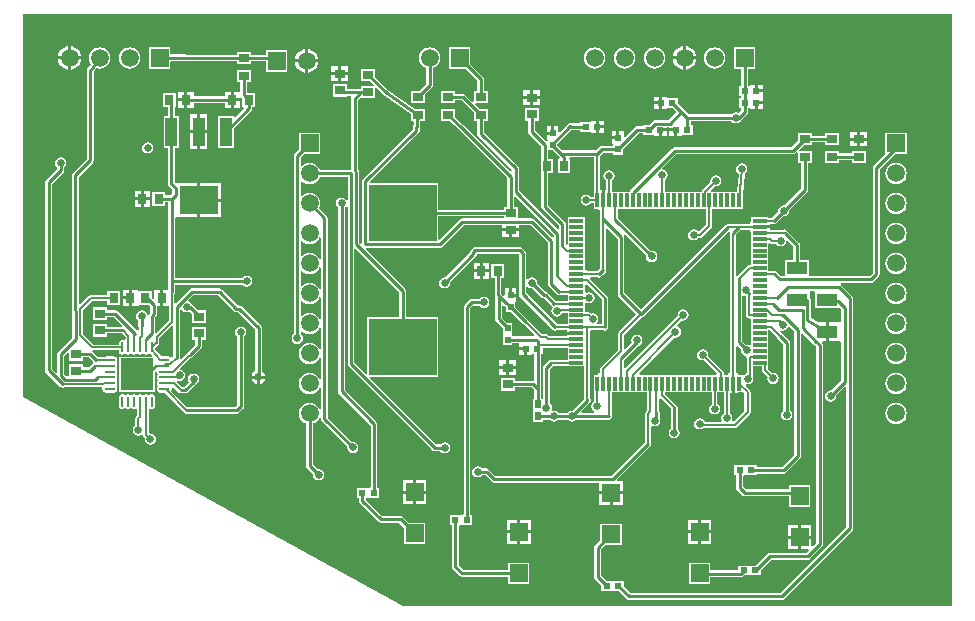
<source format=gtl>
%FSTAX23Y23*%
%MOIN*%
%SFA1B1*%

%IPPOS*%
%ADD10R,0.035430X0.027560*%
%ADD11R,0.226380X0.187010*%
%ADD12O,0.037400X0.009840*%
%ADD13O,0.009840X0.037400*%
%ADD14R,0.106300X0.106300*%
%ADD15R,0.019690X0.023620*%
%ADD16R,0.023620X0.019690*%
%ADD17R,0.020000X0.025000*%
%ADD18R,0.035430X0.031500*%
%ADD19R,0.031500X0.035430*%
%ADD20R,0.066930X0.043310*%
%ADD21R,0.059060X0.059060*%
%ADD22R,0.047240X0.011810*%
%ADD23R,0.011810X0.047240*%
%ADD24R,0.129920X0.094490*%
%ADD25R,0.039370X0.094490*%
%ADD26R,0.027560X0.035430*%
%ADD27C,0.010000*%
%ADD28C,0.008270*%
%ADD29C,0.006000*%
%ADD30C,0.006890*%
%ADD31C,0.008000*%
%ADD32C,0.059060*%
%ADD33R,0.059060X0.059060*%
%ADD34C,0.025000*%
%LNhanc_digital-1*%
%LPD*%
G36*
X06572Y0455D02*
Y02692D01*
X0474*
X042Y0299*
X03475Y0339*
Y04665*
X06572*
Y0455*
G37*
%LNhanc_digital-2*%
%LPC*%
G36*
X05028Y03805D02*
X05007D01*
Y03782*
X05028*
Y03805*
G37*
G36*
X04997D02*
X04976D01*
Y03782*
X04997*
Y03805*
G37*
G36*
X05119Y03751D02*
X05105D01*
Y03734*
X05119*
Y03751*
G37*
G36*
X05028Y03837D02*
X05007D01*
Y03815*
X05028*
Y03837*
G37*
G36*
X04997D02*
X04976D01*
Y03815*
X04997*
Y03837*
G37*
G36*
X06385Y0387D02*
X06375Y03869D01*
X06367Y03866*
X06359Y0386*
X06353Y03852*
X0635Y03844*
X06349Y03835*
X0635Y03825*
X06353Y03817*
X06359Y03809*
X06367Y03803*
X06375Y038*
X06385Y03799*
X06394Y038*
X06402Y03803*
X0641Y03809*
X06416Y03817*
X06419Y03825*
X0642Y03835*
X06419Y03844*
X06416Y03852*
X0641Y0386*
X06402Y03866*
X06394Y03869*
X06385Y0387*
G37*
G36*
X03827Y03747D02*
X03806D01*
Y03725*
X03827*
Y03747*
G37*
G36*
X06385Y0367D02*
X06375Y03669D01*
X06367Y03666*
X06359Y0366*
X06353Y03652*
X0635Y03644*
X06349Y03635*
X0635Y03625*
X06353Y03617*
X06359Y03609*
X06367Y03603*
X06375Y036*
X06385Y03599*
X06394Y036*
X06402Y03603*
X0641Y03609*
X06416Y03617*
X06419Y03625*
X0642Y03635*
X06419Y03644*
X06416Y03652*
X0641Y0366*
X06402Y03666*
X06394Y03669*
X06385Y0367*
G37*
G36*
X05145Y03545D02*
X05128D01*
Y0353*
X05145*
Y03545*
G37*
G36*
X06385Y0357D02*
X06375Y03569D01*
X06367Y03566*
X06359Y0356*
X06353Y03552*
X0635Y03544*
X06349Y03535*
X0635Y03525*
X06353Y03517*
X06359Y03509*
X06367Y03503*
X06375Y035*
X06385Y03499*
X06394Y035*
X06402Y03503*
X0641Y03509*
X06416Y03517*
X06419Y03525*
X0642Y03535*
X06419Y03544*
X06416Y03552*
X0641Y0356*
X06402Y03566*
X06394Y03569*
X06385Y0357*
G37*
G36*
X0501Y03723D02*
X05002Y03722D01*
X04996Y03718*
X04995Y03716*
X0497*
Y03716*
X04965Y03715*
X04962Y03712*
X04946Y03697*
X04944Y03693*
X04943Y03689*
Y02999*
X04939Y02995*
X04933*
X04931*
X04897*
Y02964*
X04904*
Y02824*
X04904Y0282*
X04907Y02816*
X04929Y02794*
X04933Y02791*
X04937Y0279*
X05091*
Y02766*
X05162*
Y02837*
X05091*
Y02813*
X04942*
X04926Y02829*
Y0296*
X0493Y02964*
X04936*
X04938*
X04972*
Y02995*
X04965*
Y03685*
X04974Y03693*
X04995*
X04996Y03691*
X05002Y03687*
X0501Y03686*
X05017Y03687*
X05023Y03691*
X05027Y03697*
X05028Y03705*
X05027Y03712*
X05023Y03718*
X05017Y03722*
X0501Y03723*
G37*
G36*
X06385Y0377D02*
X06375Y03769D01*
X06367Y03766*
X06359Y0376*
X06353Y03752*
X0635Y03744*
X06349Y03735*
X0635Y03725*
X06353Y03717*
X06359Y03709*
X06367Y03703*
X06375Y037*
X06385Y03699*
X06394Y037*
X06402Y03703*
X0641Y03709*
X06416Y03717*
X06419Y03725*
X0642Y03735*
X06419Y03744*
X06416Y03752*
X0641Y0376*
X06402Y03766*
X06394Y03769*
X06385Y0377*
G37*
G36*
X03827Y03715D02*
X03806D01*
Y03692*
X03827*
Y03715*
G37*
G36*
X03898Y04077D02*
X03877D01*
Y04055*
X03898*
Y04077*
G37*
G36*
X03867D02*
X03846D01*
Y04055*
X03867*
Y04077*
G37*
G36*
X04134Y04103D02*
X04065D01*
Y0405*
X04134*
Y04103*
G37*
G36*
X06283Y0421D02*
X06236D01*
Y04201*
X06193*
Y0421*
X06146*
Y0417*
X06193*
Y04179*
X06236*
Y0417*
X06283*
Y0421*
G37*
G36*
X0389Y04238D02*
X03882Y04237D01*
X03876Y04233*
X03872Y04227*
X03871Y0422*
X03872Y04212*
X03876Y04206*
X03882Y04202*
X0389Y04201*
X03897Y04202*
X03903Y04206*
X03907Y04212*
X03908Y0422*
X03907Y04227*
X03903Y04233*
X03897Y04237*
X0389Y04238*
G37*
G36*
X06385Y0417D02*
X06375Y04169D01*
X06367Y04166*
X06359Y0416*
X06353Y04152*
X0635Y04144*
X06349Y04135*
X0635Y04125*
X06353Y04117*
X06359Y04109*
X06367Y04103*
X06375Y041*
X06385Y04099*
X06394Y041*
X06402Y04103*
X0641Y04109*
X06416Y04117*
X06419Y04125*
X0642Y04135*
X06419Y04144*
X06416Y04152*
X0641Y0416*
X06402Y04166*
X06394Y04169*
X06385Y0417*
G37*
G36*
X03898Y04045D02*
X03877D01*
Y04022*
X03898*
Y04045*
G37*
G36*
X05127Y03942D02*
X05105D01*
Y03921*
X05127*
Y03942*
G37*
G36*
X05095D02*
X05072D01*
Y03921*
X05095*
Y03942*
G37*
G36*
X06385Y0397D02*
X06375Y03969D01*
X06367Y03966*
X06359Y0396*
X06353Y03952*
X0635Y03944*
X06349Y03935*
X0635Y03925*
X06353Y03917*
X06359Y03909*
X06367Y03903*
X06375Y039*
X06385Y03899*
X06394Y039*
X06402Y03903*
X0641Y03909*
X06416Y03917*
X06419Y03925*
X0642Y03935*
X06419Y03944*
X06416Y03952*
X0641Y0396*
X06402Y03966*
X06394Y03969*
X06385Y0397*
G37*
G36*
X03867Y04045D02*
X03846D01*
Y04022*
X03867*
Y04045*
G37*
G36*
X06385Y0407D02*
X06375Y04069D01*
X06367Y04066*
X06359Y0406*
X06353Y04052*
X0635Y04044*
X06349Y04035*
X0635Y04025*
X06353Y04017*
X06359Y04009*
X06367Y04003*
X06375Y04*
X06385Y03999*
X06394Y04*
X06402Y04003*
X0641Y04009*
X06416Y04017*
X06419Y04025*
X0642Y04035*
X06419Y04044*
X06416Y04052*
X0641Y0406*
X06402Y04066*
X06394Y04069*
X06385Y0407*
G37*
G36*
X04134Y0404D02*
X04065D01*
Y03988*
X04134*
Y0404*
G37*
G36*
X05166Y02979D02*
X05132D01*
Y02945*
X05166*
Y02979*
G37*
G36*
X05725D02*
X0569D01*
Y02945*
X05725*
Y02979*
G37*
G36*
X05122D02*
X05087D01*
Y02945*
X05122*
Y02979*
G37*
G36*
X05474Y03065D02*
X0544D01*
Y0303*
X05474*
Y03065*
G37*
G36*
X0543D02*
X05395D01*
Y0303*
X0543*
Y03065*
G37*
G36*
X05769Y02979D02*
X05735D01*
Y02945*
X05769*
Y02979*
G37*
G36*
X06102Y02961D02*
X06068D01*
Y02927*
X06102*
Y02961*
G37*
G36*
X05166Y02935D02*
X05132D01*
Y029*
X05166*
Y02935*
G37*
G36*
X05122D02*
X05087D01*
Y029*
X05122*
Y02935*
G37*
G36*
X06058Y02917D02*
X06023D01*
Y02882*
X06058*
Y02917*
G37*
G36*
Y02961D02*
X06023D01*
Y02927*
X06058*
Y02961*
G37*
G36*
X05769Y02935D02*
X05735D01*
Y029*
X05769*
Y02935*
G37*
G36*
X05725D02*
X0569D01*
Y029*
X05725*
Y02935*
G37*
G36*
X05085Y03482D02*
X05062D01*
Y03461*
X05085*
Y03482*
G37*
G36*
X0428Y0345D02*
X04264D01*
Y03433*
X04267Y03433*
X04275Y03438*
X0428Y03446*
X0428Y0345*
G37*
G36*
X04254D02*
X04237D01*
X04237Y03446*
X04242Y03438*
X0425Y03433*
X04254Y03433*
Y0345*
G37*
G36*
X05117Y03513D02*
X05095D01*
Y03492*
X05117*
Y03513*
G37*
G36*
X05085D02*
X05062D01*
Y03492*
X05085*
Y03513*
G37*
G36*
X05117Y03482D02*
X05095D01*
Y03461*
X05117*
Y03482*
G37*
G36*
X06385Y0347D02*
X06375Y03469D01*
X06367Y03466*
X06359Y0346*
X06353Y03452*
X0635Y03444*
X06349Y03435*
X0635Y03425*
X06353Y03417*
X06359Y03409*
X06367Y03403*
X06375Y034*
X06385Y03399*
X06394Y034*
X06402Y03403*
X0641Y03409*
X06416Y03417*
X06419Y03425*
X0642Y03435*
X06419Y03444*
X06416Y03452*
X0641Y0346*
X06402Y03466*
X06394Y03469*
X06385Y0347*
G37*
G36*
X04775Y03112D02*
X0474D01*
Y03077*
X04775*
Y03112*
G37*
G36*
X04819Y03067D02*
X04785D01*
Y03033*
X04819*
Y03067*
G37*
G36*
X04775D02*
X0474D01*
Y03033*
X04775*
Y03067*
G37*
G36*
X03904Y03399D02*
X03899Y03398D01*
X03897Y03397*
X03894Y03396*
X0389Y03397*
X03888Y03398*
X03884Y03399*
X0388Y03398*
X03878Y03397*
X03874Y03396*
X03871Y03397*
X03869Y03398*
X03864Y03399*
X0386Y03398*
X03858Y03397*
X03855Y03396*
X03851Y03397*
X03849Y03398*
X03845Y03399*
X0384Y03398*
X03838Y03397*
X03835Y03396*
X03831Y03397*
X03829Y03398*
X03825Y03399*
X03821Y03398*
X03819Y03397*
X03815Y03396*
X03812Y03397*
X0381Y03398*
X03805Y03399*
X03801Y03398*
X03797Y03396*
X03795Y03392*
X03794Y03388*
Y0336*
X03795Y03356*
X03797Y03352*
X03801Y0335*
X03805Y03349*
X0381Y0335*
X03812Y03351*
X03815Y03352*
X03819Y03351*
X03821Y0335*
X03825Y03349*
X03829Y0335*
X03831Y03351*
X03835Y03352*
X03838Y03351*
X0384Y0335*
X03845Y03349*
X03849Y0335*
X0385Y03351*
X03855Y03348*
Y03328*
X03852Y03325*
X0385Y03322*
X03849Y03319*
Y03295*
X03845Y03292*
X03841Y03286*
X0384Y03279*
X03841Y03271*
X03845Y03265*
X03851Y03261*
X03859Y0326*
X03866Y03261*
X03869Y03263*
X03869Y03263*
X03874Y03261*
X03875Y03259*
X03877Y03256*
X0388Y03252*
X0388Y03249*
X03881Y03241*
X03885Y03235*
X03891Y03231*
X03899Y0323*
X03906Y03231*
X03912Y03235*
X03916Y03241*
X03917Y03249*
X03916Y03256*
X03912Y03262*
X03906Y03266*
X03899Y03267*
X03898Y03267*
X03893Y03271*
Y03348*
X03898Y03351*
X03899Y0335*
X03904Y03349*
X03908Y0335*
X03912Y03352*
X03914Y03356*
X03915Y0336*
Y03388*
X03914Y03392*
X03912Y03396*
X03908Y03398*
X03904Y03399*
G37*
G36*
X06385Y0337D02*
X06375Y03369D01*
X06367Y03366*
X06359Y0336*
X06353Y03352*
X0635Y03344*
X06349Y03335*
X0635Y03325*
X06353Y03317*
X06359Y03309*
X06367Y03303*
X06375Y033*
X06385Y03299*
X06394Y033*
X06402Y03303*
X0641Y03309*
X06416Y03317*
X06419Y03325*
X0642Y03335*
X06419Y03344*
X06416Y03352*
X0641Y0336*
X06402Y03366*
X06394Y03369*
X06385Y0337*
G37*
G36*
X04819Y03112D02*
X04785D01*
Y03077*
X04819*
Y03112*
G37*
G36*
X05719Y04515D02*
X05685D01*
Y0448*
X0569Y04481*
X05699Y04485*
X05708Y04491*
X05714Y045*
X05718Y04509*
X05719Y04515*
G37*
G36*
X0373Y04555D02*
X0372Y04554D01*
X03712Y04551*
X03704Y04545*
X03698Y04537*
X03695Y04529*
X03694Y0452*
X03695Y0451*
X03698Y04502*
X03701Y04498*
X03689Y04482*
X03689Y0448*
X03688Y04479*
X03688Y04478*
X03687Y04478*
X03687Y04476*
X03687Y04475*
Y04183*
X03641Y04137*
X03639Y04133*
X03638Y04129*
Y03678*
X03638Y03675*
Y03586*
X03592Y03539*
X03589Y03535*
X03588Y03531*
Y03471*
X03584Y03469*
X03571Y03482*
Y041*
X03607Y04137*
X0361Y0414*
X03611Y04145*
Y04155*
X03613Y04156*
X03617Y04162*
X03618Y0417*
X03617Y04177*
X03613Y04183*
X03607Y04187*
X036Y04188*
X03592Y04187*
X03586Y04183*
X03582Y04177*
X03581Y0417*
X03582Y04162*
X03586Y04156*
X03588Y04155*
Y04149*
X03552Y04112*
X03549Y04109*
X03548Y04105*
Y03478*
X03549Y03473*
X03552Y0347*
X03598Y03424*
X03601Y03421*
X03606Y0342*
X0361Y03421*
X03611Y03422*
X03736*
X03736Y03422*
X03739Y03417*
X03739Y03415*
X0374Y03411*
X03742Y03407*
X03746Y03405*
X0375Y03404*
X03778*
X03782Y03405*
X03786Y03407*
X03788Y03411*
X03789Y03415*
X03788Y0342*
X03787Y03422*
X03786Y03425*
X03787Y03429*
X03788Y03431*
X03789Y03435*
X03788Y03439*
X03787Y03441*
X03786Y03445*
X03787Y03448*
X03788Y0345*
X03789Y03455*
X03788Y03459*
X03787Y03461*
X03786Y03465*
X03787Y03468*
X03788Y0347*
X03789Y03474*
X03788Y03479*
X03787Y03481*
X03786Y03484*
X03787Y03488*
X03788Y0349*
X03789Y03494*
X03788Y03498*
X03787Y035*
X03786Y03504*
X03787Y03507*
X03788Y03509*
X03789Y03514*
X03788Y03518*
X03786Y03522*
X03782Y03524*
X03778Y03525*
X0375*
X03746Y03524*
X03744Y03523*
X03723*
X03705Y0354*
X03704Y03541*
X03706Y03546*
X03794*
Y03541*
X03795Y03537*
X03797Y03533*
X03801Y03531*
X03805Y0353*
X0381Y03531*
X03812Y03532*
X03815Y03533*
X03819Y03532*
X03821Y03531*
X03825Y0353*
X03829Y03531*
X03831Y03532*
X03835Y03533*
X03838Y03532*
X0384Y03531*
X03845Y0353*
X03849Y03531*
X03851Y03532*
X03855Y03533*
X03858Y03532*
X0386Y03531*
X03864Y0353*
X03869Y03531*
X03871Y03532*
X03874Y03533*
X03878Y03532*
X0388Y03531*
X03884Y0353*
X03888Y03531*
X0389Y03532*
X03894Y03533*
X03897Y03532*
X03899Y03531*
X03903Y0353*
X03904Y03529*
X03903Y03525*
X03901Y03524*
X03795*
Y03405*
X03914*
Y03472*
X03915Y03473*
X03921Y03471*
X03921Y0347*
X03922Y03468*
X03923Y03465*
X03922Y03461*
X03921Y03459*
X0392Y03455*
X03921Y0345*
X03922Y03448*
X03923Y03445*
X03922Y03441*
X03921Y03439*
X0392Y03435*
X03921Y03431*
X03922Y03429*
X03923Y03425*
X03922Y03422*
X03921Y0342*
X0392Y03415*
X03921Y03411*
X03923Y03407*
X03927Y03405*
X03931Y03404*
X03948*
X04009Y03343*
X04009Y03341*
X04011Y03338*
X04015Y03335*
X04019Y03334*
X04187*
X04191Y03335*
X04195Y03338*
X04207Y0335*
X0421Y03354*
X04211Y03358*
Y03591*
X04213Y03592*
X04217Y03598*
X04218Y03606*
X04217Y03613*
X04213Y03619*
X04207Y03623*
X042Y03624*
X04192Y03623*
X04186Y03619*
X04182Y03613*
X04181Y03606*
X04182Y03598*
X04186Y03592*
X04188Y03591*
Y03363*
X04182Y03357*
X04021*
X03968Y0341*
X03969Y03411*
X0397Y03415*
X0397Y03417*
X03972Y03422*
X03973Y03423*
X03975Y03423*
X03989Y03409*
X03989Y03408*
X03992Y03404*
X03995Y03402*
X04Y03401*
X04015*
X04019Y03402*
X04023Y03404*
X0405Y03431*
X04056Y03435*
X0406Y03441*
X04061Y03449*
X0406Y03456*
X04056Y03462*
X0405Y03466*
X04043Y03467*
X04035Y03466*
X04029Y03462*
X04025Y03456*
X04024Y03449*
X04025Y03441*
X04026Y03439*
X0401Y03423*
X04002*
X03986Y03439*
X03988Y03443*
X03989Y03444*
X03996Y03442*
X04003Y03444*
X04009Y03448*
X04013Y03454*
X04015Y03461*
X04013Y03468*
X04009Y03474*
X04003Y03478*
X03999Y03479*
X03998Y03485*
X04032Y03519*
X04034Y03519*
X04037Y03522*
X04067Y03552*
X0407Y03555*
X04071Y0356*
Y0358*
X04083*
Y03624*
X04036*
Y0358*
X04048*
Y03564*
X04022Y03537*
X04019Y03534*
X04019Y03532*
X04002Y03515*
X03997Y03517*
X03997Y03518*
Y03681*
X04002Y03682*
X04002Y03682*
X04006Y03676*
X04012Y03672*
X0402Y03671*
X04027Y03672*
X04029Y03674*
X04036Y03667*
Y03635*
X04083*
Y03679*
X04056*
X04037Y03697*
X04036Y03699*
X04033Y03703*
X04027Y03707*
X04026Y03707*
X04024Y03712*
X04041Y03728*
X04125*
X04177Y03676*
X04181Y03673*
X04185Y03673*
X04191*
X04248Y03615*
Y03475*
X04242Y03471*
X04237Y03463*
X04237Y0346*
X0428*
X0428Y03463*
X04275Y03471*
X04271Y03473*
Y0362*
X0427Y03624*
X04267Y03627*
X04203Y03692*
X04199Y03694*
X04195Y03695*
X0419*
X04137Y03747*
X04134Y0375*
X0413Y03751*
Y03751*
X04036*
Y03751*
X04032Y0375*
X04028Y03747*
X03983Y03702*
X03979Y03704*
Y03732*
X0398Y03734*
X03981Y03738*
Y03764*
X04205*
X04206Y03762*
X04212Y03758*
X0422Y03756*
X04227Y03758*
X04233Y03762*
X04237Y03768*
X04238Y03775*
X04237Y03782*
X04233Y03788*
X04227Y03792*
X0422Y03794*
X04212Y03792*
X04206Y03788*
X04205Y03786*
X03981*
Y03985*
X03985Y03988*
X04055*
Y04045*
Y04103*
X03985*
X03981Y04105*
X0398Y04106*
Y0422*
X03995*
Y04327*
X0398*
Y04356*
X03984*
Y04403*
X0394*
Y04356*
X03958*
Y04327*
X03943*
Y0422*
X03958*
Y041*
X03959Y04095*
X03961Y04092*
X03972Y0408*
Y04068*
X03965Y04061*
X03949*
Y04073*
X03905*
Y04026*
X03949*
Y04038*
X03958*
Y0377*
X03958*
X03958*
Y03747*
X03942*
Y0372*
Y03692*
X0396*
Y03643*
X03919Y03602*
X03914Y03604*
Y03654*
X03917Y03658*
X0392Y03661*
X03921Y03665*
Y03692*
X03932*
Y0372*
Y03747*
X03911*
Y03718*
X03907Y03716*
X03904Y03718*
Y03743*
X03863*
X0386*
X03858Y03747*
X03858*
X03837*
Y0372*
Y03692*
X03858*
X0386Y03696*
X03863*
X03894*
X03898Y03691*
Y0367*
X03895Y03667*
X03893Y03663*
X03892Y03663*
X03888Y03663*
X03887Y03667*
X03883Y03673*
X03877Y03677*
X0387Y03678*
X03862Y03677*
X03856Y03673*
X03852Y03667*
X03851Y0366*
X03852Y03652*
X03856Y03646*
X03858Y03645*
Y03627*
X03859Y03623*
X0386Y03622*
Y03612*
X03855Y0361*
X0379Y03675*
X03786Y03677*
X03782Y03678*
X03753*
Y03689*
X03706*
Y03645*
X03753*
Y03656*
X03777*
X03805Y03628*
X03803Y03623*
X03753*
Y03634*
X03706*
Y0359*
X03753*
Y03601*
X03804*
X03816Y03589*
Y03581*
X03811Y03578*
X0381Y03579*
X03805Y0358*
X03801Y03579*
X03797Y03577*
X03795Y03573*
X03794Y03569*
Y03564*
X03708*
X03673Y03599*
Y03679*
X03703Y0371*
X03755*
Y03696*
X03799*
Y03743*
X03755*
Y03729*
X037*
X03696Y03728*
X03693Y03726*
X03665Y03699*
X0366Y037*
Y04124*
X03706Y0417*
X03709Y04174*
X0371Y04178*
Y04472*
X03719Y04485*
X0372Y04485*
X0373Y04484*
X03739Y04485*
X03747Y04488*
X03755Y04494*
X03761Y04502*
X03764Y0451*
X03765Y0452*
X03764Y04529*
X03761Y04537*
X03755Y04545*
X03747Y04551*
X03739Y04554*
X0373Y04555*
G37*
G36*
X0483D02*
X0482Y04554D01*
X04812Y04551*
X04804Y04545*
X04798Y04537*
X04795Y04529*
X04794Y0452*
X04795Y0451*
X04798Y04502*
X04804Y04494*
X04812Y04488*
X04818Y04486*
Y04434*
X04793Y04409*
X04766*
Y04369*
X04813*
Y04397*
X04837Y04421*
X0484Y04425*
X04841Y04429*
Y04486*
X04847Y04488*
X04855Y04494*
X04861Y04502*
X04864Y0451*
X04865Y0452*
X04864Y04529*
X04861Y04537*
X04855Y04545*
X04847Y04551*
X04839Y04554*
X0483Y04555*
G37*
G36*
X05675Y04515D02*
X0564D01*
X05641Y04509*
X05645Y045*
X05651Y04491*
X0566Y04485*
X05669Y04481*
X05675Y0448*
Y04515*
G37*
G36*
X03669D02*
X03635D01*
Y0448*
X0364Y04481*
X03649Y04485*
X03658Y04491*
X03664Y045*
X03668Y04509*
X03669Y04515*
G37*
G36*
X05595Y04389D02*
X05578D01*
Y04375*
X05595*
Y04389*
G37*
G36*
X0383Y04555D02*
X0382Y04554D01*
X03812Y04551*
X03804Y04545*
X03798Y04537*
X03795Y04529*
X03794Y0452*
X03795Y0451*
X03798Y04502*
X03804Y04494*
X03812Y04488*
X0382Y04485*
X0383Y04484*
X03839Y04485*
X03847Y04488*
X03855Y04494*
X03861Y04502*
X03864Y0451*
X03865Y0452*
X03864Y04529*
X03861Y04537*
X03855Y04545*
X03847Y04551*
X03839Y04554*
X0383Y04555*
G37*
G36*
X04198Y04375D02*
X04177D01*
Y04352*
X04198*
Y04375*
G37*
G36*
X04012D02*
X03991D01*
Y04352*
X04012*
Y04375*
G37*
G36*
X05941Y04365D02*
X05924D01*
Y0435*
X05941*
Y04365*
G37*
G36*
X05197Y04382D02*
X05175D01*
Y04361*
X05197*
Y04382*
G37*
G36*
X0538Y04555D02*
X0537Y04554D01*
X05362Y04551*
X05354Y04545*
X05348Y04537*
X05345Y04529*
X05344Y0452*
X05345Y0451*
X05348Y04502*
X05354Y04494*
X05362Y04488*
X0537Y04485*
X0538Y04484*
X05389Y04485*
X05397Y04488*
X05405Y04494*
X05411Y04502*
X05414Y0451*
X05415Y0452*
X05414Y04529*
X05411Y04537*
X05405Y04545*
X05397Y04551*
X05389Y04554*
X0538Y04555*
G37*
G36*
X05165Y04382D02*
X05142D01*
Y04361*
X05165*
Y04382*
G37*
G36*
X04525Y04462D02*
X04502D01*
Y04441*
X04525*
Y04462*
G37*
G36*
X05941Y04429D02*
X05924D01*
Y04415*
X05941*
Y04429*
G37*
G36*
X05197Y04413D02*
X05175D01*
Y04392*
X05197*
Y04413*
G37*
G36*
X04459Y04505D02*
X04425D01*
Y0447*
X0443Y04471*
X04439Y04475*
X04448Y04481*
X04454Y0449*
X04458Y04499*
X04459Y04505*
G37*
G36*
X04415D02*
X0438D01*
X04381Y04499*
X04385Y0449*
X04391Y04481*
X044Y04475*
X04409Y04471*
X04415Y0447*
Y04505*
G37*
G36*
X04557Y04462D02*
X04535D01*
Y04441*
X04557*
Y04462*
G37*
G36*
X04525Y04493D02*
X04502D01*
Y04472*
X04525*
Y04493*
G37*
G36*
X03965Y04555D02*
X03894D01*
Y04484*
X03965*
Y04505*
X03969Y04508*
X04074Y04508*
X04074Y04508*
X04074Y04508*
X04186*
Y04499*
X04233*
Y04508*
X04284*
Y04474*
X04355*
Y04545*
X04284*
Y0453*
X04233*
Y04539*
X04186*
Y0453*
X04074*
X03965Y04531*
Y04555*
G37*
G36*
X03625Y04515D02*
X0359D01*
X03591Y04509*
X03595Y045*
X03601Y04491*
X0361Y04485*
X03619Y04481*
X03625Y0448*
Y04515*
G37*
G36*
X04012Y04407D02*
X03991D01*
Y04385*
X04012*
Y04407*
G37*
G36*
X05165Y04413D02*
X05142D01*
Y04392*
X05165*
Y04413*
G37*
G36*
X04167Y04407D02*
X04146D01*
Y04391*
X04043*
Y04407*
X04022*
Y0438*
Y04352*
X04043*
Y04368*
X04146*
Y04352*
X04167*
Y0438*
Y04407*
G37*
G36*
X04557Y04493D02*
X04535D01*
Y04472*
X04557*
Y04493*
G37*
G36*
X05645Y04275D02*
X05628D01*
Y0426*
X05645*
Y04275*
G37*
G36*
X05452Y04276D02*
X05437D01*
Y04259*
X05452*
Y04276*
G37*
G36*
X06287Y04273D02*
X06265D01*
Y04254*
X06287*
Y04273*
G37*
G36*
X05675Y04559D02*
X05669Y04558D01*
X0566Y04554*
X05651Y04548*
X05645Y04539*
X05641Y0453*
X0564Y04525*
X05675*
Y04559*
G37*
G36*
X05411Y04285D02*
X05394D01*
Y0427*
X05411*
Y04285*
G37*
G36*
X05621Y04275D02*
X05604D01*
Y0426*
X05621*
Y04275*
G37*
G36*
X06255Y04273D02*
X06232D01*
Y04254*
X06255*
Y04273*
G37*
G36*
X05685Y04559D02*
Y04525D01*
X05719*
X05718Y0453*
X05714Y04539*
X05708Y04548*
X05699Y04554*
X0569Y04558*
X05685Y04559*
G37*
G36*
X04089Y04269D02*
X04065D01*
Y04216*
X04089*
Y04269*
G37*
G36*
X04055D02*
X0403D01*
Y04216*
X04055*
Y04269*
G37*
G36*
X06287Y04244D02*
X06265D01*
Y04225*
X06287*
Y04244*
G37*
G36*
X03635Y04559D02*
Y04525D01*
X03669*
X03668Y0453*
X03664Y04539*
X03658Y04548*
X03649Y04554*
X0364Y04558*
X03635Y04559*
G37*
G36*
X06255Y04244D02*
X06232D01*
Y04225*
X06255*
Y04244*
G37*
G36*
X04233Y0448D02*
X04186D01*
Y0444*
X04198*
Y04412*
X04198Y04407*
X04193*
X04177*
Y04385*
X04198*
X04203Y04386*
X04205Y04384*
Y04356*
X04209*
X04211Y04351*
X0418Y0432*
X04176Y04322*
Y04327*
X04124*
Y0422*
X04176*
Y04284*
X04235Y04343*
X04237Y04346*
X04238Y04351*
X04238*
Y04356*
X04249*
Y04403*
X04221*
Y0444*
X04233*
Y0448*
G37*
G36*
X0548Y04555D02*
X0547Y04554D01*
X05462Y04551*
X05454Y04545*
X05448Y04537*
X05445Y04529*
X05444Y0452*
X05445Y0451*
X05448Y04502*
X05454Y04494*
X05462Y04488*
X0547Y04485*
X0548Y04484*
X05489Y04485*
X05497Y04488*
X05505Y04494*
X05511Y04502*
X05514Y0451*
X05515Y0452*
X05514Y04529*
X05511Y04537*
X05505Y04545*
X05497Y04551*
X05489Y04554*
X0548Y04555*
G37*
G36*
X05595Y04365D02*
X05578D01*
Y0435*
X05595*
Y04365*
G37*
G36*
X0558Y04555D02*
X0557Y04554D01*
X05562Y04551*
X05554Y04545*
X05548Y04537*
X05545Y04529*
X05544Y0452*
X05545Y0451*
X05548Y04502*
X05554Y04494*
X05562Y04488*
X0557Y04485*
X0558Y04484*
X05589Y04485*
X05597Y04488*
X05605Y04494*
X05611Y04502*
X05614Y0451*
X05615Y0452*
X05614Y04529*
X05611Y04537*
X05605Y04545*
X05597Y04551*
X05589Y04554*
X0558Y04555*
G37*
G36*
X0578D02*
X0577Y04554D01*
X05762Y04551*
X05754Y04545*
X05748Y04537*
X05745Y04529*
X05744Y0452*
X05745Y0451*
X05748Y04502*
X05754Y04494*
X05762Y04488*
X0577Y04485*
X0578Y04484*
X05789Y04485*
X05797Y04488*
X05805Y04494*
X05811Y04502*
X05814Y0451*
X05815Y0452*
X05814Y04529*
X05811Y04537*
X05805Y04545*
X05797Y04551*
X05789Y04554*
X0578Y04555*
G37*
G36*
X05915Y04555D02*
X05844D01*
Y04484*
X05868*
Y04425*
X05862*
Y04394*
X05868*
Y04385*
X05862*
Y04354*
X05868*
Y04344*
X05859Y04335*
X05857Y04337*
X0585Y04338*
X05842Y04337*
X05836Y04333*
X05835Y04331*
X05694*
X05677Y04347*
X05657Y04368*
Y04385*
X05622*
Y04389*
X05605*
Y0437*
Y0435*
X05622*
Y04354*
X05639*
X05653Y0434*
X05625Y04312*
X05581*
X05576Y04311*
X05573Y04308*
X0556Y04295*
X05542*
Y04291*
X0552*
X05515Y0429*
X05512Y04287*
X05509Y04284*
X05509Y04282*
X05482Y04255*
X05477Y04257*
Y04276*
X05462*
Y04254*
X05457*
Y04249*
X05437*
Y04232*
X05441*
Y04226*
X05403*
X05399Y04225*
X05395Y04222*
X05384Y04211*
X05272*
X05255Y04227*
Y04232*
X05302Y04278*
X05332*
Y04274*
X05367*
Y0427*
X05384*
Y0429*
Y04309*
X05367*
Y04305*
X05332*
Y04301*
X05303*
X05303Y04301*
X05298Y04302*
X05294Y04301*
X0529Y04299*
X05264Y04272*
X05259Y04274*
Y04291*
X05245*
Y04269*
X0524*
Y04264*
X0522*
Y04247*
X05224*
Y04242*
X05219Y0424*
X05181Y04278*
Y0431*
X05193*
Y04354*
X05146*
Y0431*
X05158*
Y04274*
X05159Y04269*
X05162Y04266*
X05202Y04225*
Y04183*
X052*
Y04136*
X05202*
Y04024*
X05203Y0402*
X05206Y04016*
X0526Y03962*
Y03951*
X05256Y03949*
X05127Y04078*
Y04151*
X05126Y04155*
X05123Y04158*
X05011Y04271*
Y0431*
X05023*
Y0435*
X04996*
X04981Y04365*
X04983Y04369*
X05023*
Y04409*
X05011*
Y0445*
X0501Y04454*
X05007Y04457*
X04965Y045*
Y04555*
X04894*
Y04484*
X04949*
X04988Y04445*
Y04409*
X04976*
Y04376*
X04971Y04374*
X04948Y04397*
X04945Y04399*
X0494Y044*
X04913*
Y04409*
X04866*
Y04369*
X04913*
Y04378*
X04936*
X04976Y04338*
Y0431*
X04988*
Y04267*
X04989Y04262*
X04992Y04259*
X05104Y04146*
X05103Y04143*
X05098Y04141*
X04942Y04297*
X04942Y04297*
X04942Y04297*
X04913Y04324*
Y0435*
X04866*
Y0431*
X04895*
X04927Y04281*
X05088Y0412*
Y04024*
X05076*
Y04013*
X04923*
X04923Y04013*
X04919Y04014*
X04859*
Y04102*
X04633*
X04631Y04107*
X04792Y04269*
X04793Y0427*
X04794Y04271*
X04795Y04272*
X04795Y04272*
X04795Y04274*
X04796Y04276*
X04799Y0431*
X04813*
Y0435*
X04781*
X04695Y0441*
X04648Y04456*
Y04484*
X04601*
Y04444*
X04628*
X04643Y04429*
X04641Y04425*
X04601*
Y04421*
X04601Y04416*
X04553*
Y04434*
X04506*
Y0439*
X04553*
Y04394*
X04567*
X04569Y04389*
X04569Y04388*
X04568Y04384*
Y04147*
X04567Y04146*
X04463*
X04461Y04152*
X04455Y0416*
X04447Y04166*
X04439Y04169*
X0443Y0417*
X0442Y04169*
X04412Y04166*
X04405Y0416*
X044Y04161*
Y04189*
X0441Y04199*
X04465*
Y0427*
X04394*
Y04215*
X04381Y04201*
X04378Y04198*
X04377Y04194*
Y03599*
X04375Y03598*
X04371Y03592*
X0437Y03585*
X04371Y03577*
X04375Y03571*
X04381Y03567*
X04389Y03566*
X04396Y03567*
X04402Y03571*
X04406Y03577*
X04407Y03585*
X04406Y03592*
X04402Y03598*
X044Y03599*
Y03608*
X04405Y03609*
X04412Y03603*
X0442Y036*
X0443Y03599*
X04439Y036*
X04447Y03603*
X04455Y03609*
X04461Y03617*
X04462Y03621*
X04467Y0362*
Y03549*
X04462Y03548*
X04461Y03552*
X04455Y0356*
X04447Y03566*
X04439Y03569*
X0443Y0357*
X0442Y03569*
X04412Y03566*
X04404Y0356*
X04398Y03552*
X04395Y03544*
X04394Y03535*
X04395Y03525*
X04398Y03517*
X04404Y03509*
X04412Y03503*
X0442Y035*
X0443Y03499*
X04439Y035*
X04447Y03503*
X04455Y03509*
X04461Y03517*
X04462Y03521*
X04467Y0352*
Y03449*
X04462Y03448*
X04461Y03452*
X04455Y0346*
X04447Y03466*
X04439Y03469*
X0443Y0347*
X0442Y03469*
X04412Y03466*
X04404Y0346*
X04398Y03452*
X04395Y03444*
X04394Y03435*
X04395Y03425*
X04398Y03417*
X04404Y03409*
X04412Y03403*
X0442Y034*
X0443Y03399*
X04439Y034*
X04447Y03403*
X04455Y03409*
X04461Y03417*
X04462Y03421*
X04467Y0342*
Y03349*
X04462Y03348*
X04461Y03352*
X04455Y0336*
X04447Y03366*
X04439Y03369*
X0443Y0337*
X0442Y03369*
X04412Y03366*
X04404Y0336*
X04398Y03352*
X04395Y03344*
X04394Y03335*
X04395Y03325*
X04398Y03317*
X04404Y03309*
X04412Y03303*
X04418Y03301*
Y0316*
X04419Y03155*
X04422Y03152*
X04441Y03132*
X04441Y0313*
X04442Y03122*
X04446Y03116*
X04452Y03112*
X0446Y03111*
X04467Y03112*
X04473Y03116*
X04477Y03122*
X04478Y0313*
X04477Y03137*
X04473Y03143*
X04467Y03147*
X0446Y03148*
X04457Y03148*
X04441Y03164*
Y03301*
X04447Y03303*
X04455Y03309*
X04461Y03317*
X04461Y03319*
X04467Y03318*
X04467Y03316*
X04468Y03311*
X04471Y03308*
X04555Y03223*
X04555Y03221*
X04556Y03213*
X0456Y03207*
X04566Y03203*
X04574Y03202*
X04581Y03203*
X04587Y03207*
X04591Y03213*
X04592Y03221*
X04591Y03228*
X04587Y03234*
X04581Y03238*
X04574Y03239*
X04571Y03239*
X0449Y0332*
Y03986*
X04489Y0399*
X04486Y03993*
X04461Y04019*
X04464Y04025*
X04465Y04035*
X04464Y04044*
X04461Y04052*
X04455Y0406*
X04447Y04066*
X04439Y04069*
X0443Y0407*
X0442Y04069*
X04412Y04066*
X04405Y0406*
X044Y04061*
Y04108*
X04405Y04109*
X04412Y04103*
X0442Y041*
X0443Y04099*
X04439Y041*
X04447Y04103*
X04455Y04109*
X04461Y04117*
X04463Y04123*
X04556*
Y04047*
X04551Y04045*
X04549Y04049*
X04543Y04053*
X04536Y04054*
X04528Y04053*
X04522Y04049*
X04518Y04043*
X04517Y04036*
X04518Y04028*
X04522Y04022*
X04524Y04021*
Y03408*
X04525Y03403*
X04528Y034*
X04633Y03294*
Y03089*
X04629Y03085*
X04623*
X04621*
X04587*
Y03054*
X04594*
Y03044*
X04594Y03039*
X04597Y03036*
X04659Y02974*
X04663Y02971*
X04667Y0297*
X04728*
X04744Y02954*
Y02899*
X04815*
Y0297*
X0476*
X0474Y02989*
X04737Y02992*
X04733Y02993*
X04671*
X04618Y03046*
Y03052*
X0462Y03054*
X04626*
X04628*
X04662*
Y03085*
X04655*
Y03299*
X04655Y03303*
X04652Y03307*
X04547Y03412*
Y04021*
X04549Y04022*
X04551Y04026*
X04556Y04024*
Y03499*
X04557Y03494*
X0456Y03491*
X04839Y03212*
X04842Y03209*
X04847Y03208*
Y03208*
X04865*
X04866Y03206*
X04872Y03202*
X0488Y03201*
X04887Y03202*
X04893Y03206*
X04897Y03212*
X04898Y0322*
X04897Y03227*
X04893Y03233*
X04887Y03237*
X0488Y03238*
X04872Y03237*
X04866Y03233*
X04865Y03231*
X04851*
X0463Y03452*
X04632Y03457*
X04859*
Y03656*
X04751*
Y03742*
X0475Y03747*
X04747Y0375*
X04616Y03881*
X04619Y03886*
X04863*
Y03886*
X04867Y03887*
X0487Y0389*
X04943Y03962*
X05072*
Y03952*
X05127*
Y03962*
X05166*
X05223Y03905*
Y03767*
X05224Y03763*
X05226Y03759*
X05254Y03732*
X05257Y03729*
X05262Y03728*
X05266Y03729*
X05266Y03729*
X0529*
Y0371*
X05251*
X05224Y03737*
X0522Y0374*
X05216Y03741*
Y03741*
X05214*
X05188Y03767*
X05188Y0377*
X05187Y03777*
X05183Y03783*
X05177Y03787*
X0517Y03788*
X05162Y03787*
X05156Y03783*
X05156Y03782*
X05151Y03784*
Y0387*
X0515Y03874*
X05147Y03877*
X05139Y03886*
X05135Y03889*
X05131Y03889*
X04982*
X04977Y03889*
X04974Y03886*
X04967Y0388*
X04965Y03876*
X04964Y03872*
Y0387*
X04882Y03788*
X0488Y03788*
X04872Y03787*
X04866Y03783*
X04862Y03777*
X04861Y0377*
X04862Y03762*
X04866Y03756*
X04872Y03752*
X0488Y03751*
X04887Y03752*
X04893Y03756*
X04897Y03762*
X04898Y0377*
X04898Y03772*
X04983Y03857*
X04986Y03861*
X04986Y03865*
X04991Y03867*
X05126*
X05128Y03865*
Y03731*
X05129Y03727*
X05132Y03723*
X05241Y03613*
X05245Y03611*
X05249Y0361*
X05253Y03611*
X05255Y03612*
X05286*
Y03607*
X05319*
Y03597*
X05286*
Y03592*
X05227*
X05223Y03597*
X05219Y03599*
X05216Y036*
X05204*
X0516Y03644*
X0516Y03644*
X05158Y03647*
X05115Y0369*
Y03707*
X05119*
Y03724*
X051*
Y03729*
X05095*
Y03751*
X0508*
Y03728*
X05075Y03726*
X05068Y03733*
Y03786*
X05079*
Y03833*
X05035*
Y03786*
X05046*
Y03728*
X05046*
X05047Y03723*
X05048Y03721*
Y03649*
X05049Y03645*
X05052Y03641*
X05074Y03619*
Y03601*
Y03598*
Y03562*
X05105*
Y03569*
X05128*
Y03555*
X0515*
Y0355*
X05155*
Y0353*
X05172*
Y03534*
X05178*
Y03446*
X05175Y03443*
X05113*
Y03454*
X05066*
Y0341*
X05113*
Y03421*
X0517*
X05178Y03412*
Y03383*
X05174*
Y03348*
Y03346*
Y03343*
Y03306*
X05206*
Y03314*
X0523*
X05231Y03312*
X05237Y03308*
X05245Y03307*
X05252Y03308*
X05258Y03312*
X05259Y03314*
X05289*
X0529Y03312*
X05296Y03308*
X05304Y03307*
X05311Y03308*
X05317Y03312*
X05318Y03314*
X05427*
Y03314*
X05431Y03315*
X05435Y03318*
X05436Y03319*
X05438Y03322*
X05439Y03327*
X05438Y03331*
X05438Y03331*
Y03405*
X05555*
Y03345*
X0555Y03339*
X05547Y03336*
X05547Y03332*
Y03238*
X05435Y03127*
X05048*
X05027Y03147*
X05024Y0315*
X0502Y03151*
X05004*
X05003Y03153*
X04997Y03157*
X0499Y03158*
X04982Y03157*
X04976Y03153*
X04972Y03147*
X04971Y0314*
X04972Y03132*
X04976Y03126*
X04982Y03122*
X0499Y03121*
X04997Y03122*
X05003Y03126*
X05004Y03128*
X05015*
X05036Y03108*
X05039Y03105*
X05044Y03104*
X05395*
Y03075*
X05435*
X05474*
Y03109*
X05455*
X05454Y03114*
X05565Y03225*
X05567Y03229*
X05568Y03233*
X05567Y03237*
X05567Y03237*
Y0329*
X05572Y03293*
X05572Y03292*
X0558Y03291*
X05587Y03292*
X05593Y03296*
X05597Y03302*
X05598Y0331*
X05597Y03317*
X05596Y03318*
Y03339*
X05595Y03343*
X05595Y03343*
Y03383*
X056Y03385*
X05633Y03352*
Y03284*
X05631Y03283*
X05627Y03277*
X05626Y0327*
X05627Y03262*
X05631Y03256*
X05637Y03252*
X05645Y03251*
X05652Y03252*
X05658Y03256*
X05662Y03262*
X05663Y0327*
X05662Y03277*
X05658Y03283*
X05656Y03284*
Y03356*
X05655Y0336*
X05652Y03364*
X05649Y03366*
X05649Y03366*
X05615Y034*
X05615Y03405*
X0577*
Y03366*
X05766Y03363*
X05762Y03357*
X05761Y0335*
X05762Y03342*
X05766Y03336*
X05772Y03332*
X0578Y03331*
X05787Y03332*
X05793Y03336*
X05797Y03342*
X05798Y0335*
X05797Y03357*
X05793Y03363*
X05789Y03366*
Y03405*
X05811*
Y03336*
X05806Y03333*
X05802Y03327*
X05801Y0332*
X05802Y03312*
X05803Y03312*
X058Y03307*
X05747*
X05743Y03313*
X05737Y03317*
X0573Y03318*
X05722Y03317*
X05716Y03313*
X05712Y03307*
X05711Y033*
X05712Y03292*
X05716Y03286*
X05722Y03282*
X0573Y03281*
X05737Y03282*
X05743Y03286*
X05743Y03287*
X05847*
X05851Y03287*
X05854Y0329*
X05897Y03332*
X05899Y03336*
X059Y0334*
Y03406*
X05899Y0341*
X05897Y03413*
X05883Y03427*
X05885Y03431*
X0589Y03431*
X05897Y03432*
X05903Y03436*
X05907Y03442*
X05908Y0345*
X05907Y03457*
X05906Y03458*
Y03491*
X05937*
Y03478*
X05938Y03474*
X0594Y03471*
X05956Y03455*
X05955Y03452*
X05957Y03444*
X05961Y03438*
X05967Y03434*
X05974Y03433*
X05981Y03434*
X05987Y03438*
X05991Y03444*
X05993Y03452*
X05991Y03459*
X05987Y03465*
X05981Y03469*
X05974Y0347*
X0597Y0347*
X05958Y03482*
Y03491*
X05959*
Y03531*
Y0357*
Y03611*
X05964Y03611*
X05988Y03587*
X05988Y03587*
X05991Y03583*
X06008Y03566*
Y03344*
X06006Y03343*
X06002Y03337*
X06001Y0333*
X06002Y03322*
X06006Y03316*
X06012Y03312*
X0602Y03311*
X06027Y03312*
X06033Y03316*
X06037Y03322*
X06038Y0333*
X06037Y03337*
X06033Y03343*
X06031Y03344*
Y0357*
X0603Y03575*
X06027Y03578*
X06006Y03599*
X06003Y03602*
X06003Y03602*
X05997Y03608*
X06Y03612*
X06001Y03611*
X06008Y0361*
X06015Y03611*
X06021Y03615*
X06025Y03621*
X06026Y03622*
X0603Y03624*
X06045Y03609*
Y03197*
X06005Y03157*
X0592*
Y03161*
X05886*
X05884*
X05881*
X05879*
X05845*
Y0313*
X05852*
Y03086*
X05852Y03082*
X05855Y03078*
X05872Y03062*
X05875Y03059*
X0588Y03058*
X06027*
Y03024*
X06098*
Y03095*
X06027*
Y03081*
X05884*
X05874Y03091*
Y03126*
X05878Y0313*
X05884*
X05886*
X0592*
Y03134*
X0601*
X06014Y03135*
X06017Y03138*
X06064Y03185*
X06067Y03188*
X06068Y03193*
Y036*
X06072Y03602*
X06109Y03566*
X06112Y03563*
X06113Y03563*
X06119Y03557*
Y02903*
X06107Y02891*
X06102Y02892*
Y02917*
X06068*
Y02882*
X06092*
X06094Y02877*
X06085Y02869*
X05963*
X05958Y02868*
X05955Y02865*
X05916Y02827*
X05899*
X05897*
X05894*
X05892*
X05858*
Y02811*
X05765*
Y02837*
X05694*
Y02766*
X05765*
Y02789*
X05868*
X05868Y02789*
X05868Y02789*
X0587Y02789*
X05872Y02789*
X05872Y0279*
X05873Y0279*
X05874Y02791*
X05876Y02792*
X05876Y02792*
X05876Y02792*
X05879Y02796*
X05892*
X05894*
X05897*
X05899*
X05933*
Y02812*
X05967Y02846*
X0609*
Y02846*
X06094Y02847*
X06097Y0285*
X06138Y02891*
X06141Y02894*
X06142Y02899*
Y03562*
X06141Y03566*
X06138Y03569*
X06138Y0357*
X0614Y03575*
X0615*
Y03606*
Y03638*
X06125*
X061Y03653*
Y03711*
X061Y03716*
X06098Y03718*
Y03743*
X06103Y03743*
X06111*
X06115Y0374*
Y03685*
X06194*
X06197Y03686*
X06202Y03681*
Y0364*
X06198Y03638*
X0616*
Y03606*
Y03575*
X06198*
X06202Y03573*
Y03444*
X06169Y03411*
X06167Y03411*
X06159Y0341*
X06153Y03406*
X06149Y034*
X06148Y03393*
X06149Y03385*
X06153Y03379*
X06159Y03375*
X06167Y03374*
X06174Y03375*
X0618Y03379*
X06184Y03385*
X06185Y03393*
X06185Y03395*
X06214Y03424*
X06218Y03422*
Y02956*
X05998Y02736*
X05499*
X05477Y02758*
Y02775*
X05443*
X05441*
X05438*
X05436*
X0542*
X05401Y02794*
Y02882*
X05415Y02896*
X0547*
Y02967*
X05399*
Y02912*
X05382Y02895*
X05379Y02891*
X05378Y02887*
Y0279*
X05379Y02786*
X05382Y02782*
X05402Y02761*
Y02744*
X05436*
X05438*
X05441*
X05443*
X05459*
X05486Y02717*
X0549Y02714*
X05494Y02713*
X06003*
X06007Y02714*
X06011Y02717*
X06237Y02943*
X0624Y02947*
X06241Y02951*
Y0372*
X0624Y03724*
X06237Y03727*
X06202Y03762*
X062Y03764*
X062Y03768*
X062Y03769*
X06302*
X06306Y0377*
X06309Y03773*
X06326Y0379*
X06329Y03793*
X0633Y03798*
Y04149*
X0638Y04199*
X0642*
Y0427*
X06349*
Y042*
X06311Y04161*
X06308Y04158*
X06307Y04154*
Y03802*
X06297Y03792*
X06094*
Y03845*
X06064*
Y03897*
X06063Y03901*
X0606Y03904*
X06021Y03944*
X06017Y03947*
X06013Y03948*
X06008Y03947*
X06008Y03947*
X05963*
Y03951*
X0593*
Y03961*
X05963*
Y03967*
X0597*
X05971Y03965*
X05976Y03965*
X0598Y03965*
X05984Y03968*
X06007Y03991*
X0601Y03991*
X06017Y03992*
X06023Y03996*
X06027Y04002*
X06028Y0401*
X06028Y04012*
X06087Y04072*
X0609Y04075*
X06091Y0408*
Y0417*
X06103*
Y0421*
X06063*
X06061Y04214*
X06076Y04229*
X06103*
Y04238*
X06146*
Y04229*
X06193*
Y04269*
X06146*
Y0426*
X06103*
Y04269*
X06056*
Y04241*
X06035Y04221*
X05646*
X05642Y0422*
X05638Y04217*
X05498Y04078*
X05496Y04074*
X05496Y04074*
X05438*
Y04111*
X05441Y04113*
X05445Y04119*
X05447Y04127*
X05445Y04134*
X05441Y0414*
X05435Y04144*
X05428Y04145*
X0542Y04144*
X05414Y0414*
X0541Y04134*
X05409Y04127*
X0541Y04119*
X05414Y04113*
X05417Y04111*
Y04078*
X05413*
Y04045*
X05403*
Y04078*
X05399*
Y04194*
X05408Y04203*
X05441*
Y04197*
X05473*
Y04214*
X05527Y04268*
X05542*
Y04264*
X05577*
Y0426*
X05594*
Y0428*
X05599*
Y04285*
X05621*
Y04289*
X05628*
Y04285*
X0565*
Y0428*
X05655*
Y0426*
X05672*
Y04264*
X05707*
Y04295*
X057*
Y04308*
X05835*
X05836Y04306*
X05842Y04302*
X0585Y04301*
X05857Y04302*
X05863Y04306*
X05866Y0431*
X05867Y04312*
X05887Y04332*
X0589Y04335*
X05891Y0434*
Y04354*
X05897*
Y0435*
X05914*
Y0437*
X05919*
Y04375*
X05941*
Y04389*
Y0439*
Y04405*
X05919*
Y0441*
X05914*
Y04429*
X05897*
Y04425*
X05891*
Y04484*
X05915*
Y04555*
G37*
G36*
X05411Y04309D02*
X05394D01*
Y04295*
X05411*
Y04309*
G37*
G36*
X03625Y04559D02*
X03619Y04558D01*
X0361Y04554*
X03601Y04548*
X03595Y04539*
X03591Y0453*
X0359Y04525*
X03625*
Y04559*
G37*
G36*
X04055Y04331D02*
X0403D01*
Y04279*
X04055*
Y04331*
G37*
G36*
X05235Y04291D02*
X0522D01*
Y04274*
X05235*
Y04291*
G37*
G36*
X04415Y04549D02*
X04409Y04548D01*
X044Y04544*
X04391Y04538*
X04385Y04529*
X04381Y0452*
X0438Y04515*
X04415*
Y04549*
G37*
G36*
X04425D02*
Y04515D01*
X04459*
X04458Y0452*
X04454Y04529*
X04448Y04538*
X04439Y04544*
X0443Y04548*
X04425Y04549*
G37*
G36*
X04089Y04331D02*
X04065D01*
Y04279*
X04089*
Y04331*
G37*
%LNhanc_digital-3*%
%LPD*%
G36*
X03626Y03535D02*
Y0351D01*
X03673*
Y03521*
X03693*
X03706Y03508*
X03706Y03504*
X03706Y03502*
X03706Y03501*
X03693Y03488*
X03673*
Y03499*
X03626*
Y03458*
X03618*
X03611Y03465*
Y03526*
X03621Y03537*
X03626Y03535*
G37*
G36*
X03975Y03625D02*
Y03524D01*
X03972Y03521*
X03967Y03522*
X03963Y03524*
X03959Y03525*
X03934*
X03915Y03548*
Y03553*
X03923Y03561*
X03923Y03561*
X03926Y03563*
X03928Y03566*
X03929Y0357*
Y03586*
X0397Y03627*
X03975Y03625*
G37*
G36*
X05846Y03401D02*
X05857D01*
Y03405*
X05873*
X05877Y03403*
X05879Y03401*
Y03344*
X05843Y03308*
X0584Y03308*
X0584Y03309*
X05837Y03313*
X05838Y0332*
X05837Y03327*
X05833Y03333*
X05832Y03334*
Y03401*
X05836*
Y03434*
X05846*
Y03401*
G37*
G36*
X0529Y03491D02*
X05344D01*
X05344Y03385*
X05344Y03385*
X05343Y03381*
X05306Y03344*
X05304Y03344*
X05296Y03343*
X0529Y03339*
X05289Y03337*
X05259*
X05258Y03339*
X05252Y03343*
X05245Y03344*
X0524Y03343*
X05239Y03344*
X05236Y03348*
X05237Y03354*
X05236Y03361*
X05232Y03367*
X0523Y03368*
Y03482*
X0524Y03493*
X0529*
Y03491*
G37*
G36*
X04467Y0382D02*
Y03749D01*
X04462Y03748*
X04461Y03752*
X04455Y0376*
X04447Y03766*
X04439Y03769*
X0443Y0377*
X0442Y03769*
X04412Y03766*
X04405Y0376*
X044Y03761*
Y03808*
X04405Y03809*
X04412Y03803*
X0442Y038*
X0443Y03799*
X04439Y038*
X04447Y03803*
X04455Y03809*
X04461Y03817*
X04462Y03821*
X04467Y0382*
G37*
G36*
X06041Y03892D02*
Y03845D01*
X06015*
Y03792*
X06001*
X05986Y03806*
X05983Y03809*
X05979Y0381*
X05974Y03809*
X05974Y03809*
X05959*
Y03826*
Y03865*
Y03899*
X05961Y03901*
X05964Y03902*
X05967Y039*
X05971Y03899*
X05984*
X05986Y03896*
X05992Y03892*
X06Y03891*
X06007Y03892*
X06013Y03896*
X06017Y03902*
X06018Y03908*
X06023Y0391*
X06041Y03892*
G37*
G36*
X05896Y0394D02*
X059D01*
Y03905*
Y03865*
Y03829*
X05897*
X05893Y03828*
X05889Y03826*
X05856Y03793*
X05853Y03794*
X05851Y03795*
Y03931*
X05866Y03946*
X05896*
Y0394*
G37*
G36*
X05403Y03715D02*
Y03632D01*
X05389*
X05387Y03637*
X0539Y03642*
X05392Y03649*
X0539Y03656*
X05386Y03662*
X0538Y03666*
X05373Y03668*
X05369Y03667*
X05368Y03668*
X05365Y0367*
X05361Y03671*
X05349*
Y03701*
X05353Y03703*
X05354Y03702*
X05362Y03701*
X05369Y03702*
X05375Y03706*
X05379Y03713*
X05381Y0372*
X05379Y03727*
X05375Y03733*
X05369Y03737*
X05362Y03739*
X05354Y03737*
X05353Y03737*
X05349Y03739*
Y03762*
X05354Y03764*
X05403Y03715*
G37*
G36*
X05456Y03916D02*
Y03732D01*
X05457Y03727*
X0546Y03724*
X05518Y03665*
X0546Y03606*
X05458Y03603*
X05457Y03599*
Y03546*
X05401Y0349*
X05398Y03486*
X05398Y03483*
Y03468*
X05392*
Y03464*
X05376*
Y03405*
X05378*
Y03373*
X05375Y03371*
X05371Y03365*
X05369Y03358*
X05371Y0335*
X05375Y03344*
X05379Y03342*
X05377Y03337*
X05337*
X05335Y03341*
X05362Y03369*
X05365Y03372*
X05366Y03377*
Y03381*
X05365Y03385*
X05365Y03385*
X05364Y03608*
X05367Y03611*
X05409*
X05409Y03611*
X05413Y0361*
X05418Y03611*
X05421Y03613*
X05422Y03614*
X05424Y03618*
X05425Y03622*
Y03718*
X05424Y03723*
X05422Y03726*
X05418Y03729*
X05418Y03729*
X05364Y03783*
X05366Y03788*
X0539*
X0539Y03788*
X05395Y03787*
X05399Y03788*
X05402Y03791*
X05416Y03804*
X05418Y03808*
X05419Y03812*
X05418Y03816*
X05418Y03816*
Y03948*
X05423Y0395*
X05456Y03916*
G37*
G36*
X05263Y04188D02*
X05261Y04183D01*
X05259*
Y04136*
X05299*
Y04183*
X05292*
X05292Y04183*
X05296Y04188*
X05378*
Y04074*
X05376*
Y04056*
X05367*
X05365Y04059*
X05359Y04063*
X05352Y04064*
X05344Y04063*
X05338Y04059*
X05334Y04053*
X05333Y04046*
X05334Y04038*
X05338Y04032*
X05344Y04028*
X05352Y04027*
X05359Y04028*
X05365Y04032*
X05367Y04035*
X05376*
Y04015*
X05392*
Y04011*
X05398*
Y03985*
X05398Y03985*
X05397Y03981*
X05398Y03976*
X05398Y03976*
Y03818*
X05389Y03809*
X05353*
Y03814*
X05349*
Y03865*
Y03905*
Y03944*
Y03988*
X0529*
Y03944*
Y03899*
X05285Y03896*
X05283Y03898*
Y03966*
X05282Y03971*
X05279Y03974*
X05225Y04029*
Y04136*
X0524*
Y04183*
X05225*
Y04212*
X05239*
X05263Y04188*
G37*
G36*
X06056Y04203D02*
Y0417D01*
X06068*
Y04084*
X06012Y04028*
X0601Y04028*
X06002Y04027*
X05996Y04023*
X05992Y04017*
X05991Y0401*
X05991Y04007*
X05969Y03985*
X05959*
Y03988*
X059*
Y03972*
X05896*
Y03966*
X05864*
X05864Y03966*
X0586Y03967*
X05856Y03966*
X05856Y03966*
X05829*
X05829Y03966*
X05825Y03967*
X0582Y03966*
X05817Y03964*
X05534Y03681*
X05479Y03736*
Y03921*
X05478Y03925*
X05476Y03928*
X0548Y03931*
X05551Y0386*
X05551Y03858*
X05552Y0385*
X05556Y03844*
X05562Y0384*
X0557Y03839*
X05577Y0384*
X05583Y03844*
X05587Y0385*
X05588Y03858*
X05587Y03865*
X05583Y03871*
X05577Y03875*
X0557Y03876*
X05567Y03876*
X05458Y03985*
Y04015*
X0575*
Y03964*
X05729Y03943*
X05723Y03943*
X05717Y03947*
X0571Y03948*
X05702Y03947*
X05696Y03943*
X05692Y03937*
X05691Y0393*
X05692Y03922*
X05696Y03916*
X05702Y03912*
X0571Y03911*
X05717Y03912*
X05723Y03916*
X05725Y03919*
X05731*
X05734Y0392*
X05738Y03922*
X05768Y03952*
X0577Y03956*
X05771Y0396*
Y04015*
X05873*
Y04059*
X0588Y04135*
X05883Y04136*
X05887Y04142*
X05888Y0415*
X05887Y04157*
X05883Y04163*
X05877Y04167*
X0587Y04168*
X05862Y04167*
X05856Y04163*
X05852Y04157*
X05851Y0415*
X05852Y04142*
X05856Y04136*
X0586Y04134*
X05853Y04074*
X05769*
X05767Y04079*
X0578Y04091*
X05783Y04091*
X05791Y04092*
X05797Y04096*
X05801Y04102*
X05802Y0411*
X05801Y04117*
X05797Y04123*
X05791Y04127*
X05783Y04128*
X05776Y04127*
X0577Y04123*
X05766Y04117*
X05764Y0411*
X05765Y04106*
X05739Y0408*
X05737Y04076*
X05736Y04074*
X05615*
Y04114*
X05618Y04116*
X05622Y04122*
X05624Y0413*
X05622Y04137*
X05618Y04143*
X05612Y04147*
X05607Y04148*
X05605Y04153*
X05651Y04198*
X0604*
X06044Y04199*
X06048Y04202*
X06051Y04205*
X06056Y04203*
G37*
G36*
X04915Y03992D02*
X04919Y03991D01*
X05076*
Y03985*
X04939*
X04934Y03984*
X04931Y03982*
X04863Y03914*
X04859Y03916*
Y03992*
X04915*
X04915Y03992*
G37*
G36*
X04467Y0392D02*
Y03849D01*
X04462Y03848*
X04461Y03852*
X04455Y0386*
X04447Y03866*
X04439Y03869*
X0443Y0387*
X0442Y03869*
X04412Y03866*
X04405Y0386*
X044Y03861*
Y03908*
X04405Y03909*
X04412Y03903*
X0442Y039*
X0443Y03899*
X04439Y039*
X04447Y03903*
X04455Y03909*
X04461Y03917*
X04462Y03921*
X04467Y0392*
G37*
G36*
X05244Y03929D02*
Y03923D01*
X05239Y03921*
X05178Y03982*
X05175Y03984*
X0517Y03985*
X05123*
Y04024*
X05111*
Y04056*
X05115Y04058*
X05244Y03929*
G37*
G36*
X04467Y0372D02*
Y03649D01*
X04462Y03648*
X04461Y03652*
X04455Y0366*
X04447Y03666*
X04439Y03669*
X0443Y0367*
X0442Y03669*
X04412Y03666*
X04405Y0366*
X044Y03661*
Y03708*
X04405Y03709*
X04412Y03703*
X0442Y037*
X0443Y03699*
X04439Y037*
X04447Y03703*
X04455Y03709*
X04461Y03717*
X04462Y03721*
X04467Y0372*
G37*
G36*
X0468Y04393D02*
X0468Y04393D01*
X04681Y04392*
X04766Y04333*
Y0431*
X04773*
X04776Y04306*
X04774Y04282*
X04607Y04115*
X04605Y04112*
X04604Y04108*
Y03901*
X04599Y03899*
X04595Y03903*
Y0414*
X04594Y04144*
X04591Y04148*
X04591Y04149*
Y04379*
X04598Y04386*
X04601Y04385*
X04648*
Y04418*
X04653Y0442*
X0468Y04393*
G37*
G36*
X0529Y03514D02*
X05239D01*
X05239Y03514*
X05235Y03515*
X0523Y03514*
X05227Y03511*
X05211Y03495*
X05208Y03491*
X05207Y03487*
Y03387*
X05206Y03383*
X05201*
Y03417*
Y03534*
X05207*
Y03552*
X0529*
Y03514*
G37*
G36*
X05867Y03548D02*
X05867Y03546D01*
X05868Y03538*
X05872Y03532*
X05878Y03528*
X05881Y03527*
X05885Y03526*
X05885Y03522*
Y03522*
X05885Y03522*
X05885Y03522*
X05886Y0352*
Y03468*
X05882Y03467*
X05878Y03464*
X05873Y03464*
X05857*
Y03468*
X05851*
Y03557*
X05856Y03559*
X05867Y03548*
G37*
G36*
X04728Y03738D02*
Y03656D01*
X0462*
Y03468*
X04616Y03466*
X04579Y03503*
Y03881*
X04583Y03883*
X04728Y03738*
G37*
G36*
X05156Y03756D02*
X05162Y03752D01*
X0517Y03751*
X05172Y03751*
X05202Y03722*
X05205Y03719*
X0521Y03718*
X05211*
X05237Y03692*
X05238Y03692*
X0524Y03689*
X05239Y03686*
X05237Y03682*
X05235Y03675*
X05237Y03668*
X05241Y03662*
X05247Y03658*
X05254Y03656*
X05261Y03658*
X05267Y03662*
X05271Y03668*
X05272Y0367*
X0529*
Y03631*
X05256*
X05151Y03736*
Y03755*
X05156Y03757*
X05156Y03756*
G37*
G36*
X0583Y03939D02*
X0583Y03937D01*
X05831Y03933*
X05831Y03933*
Y03468*
X05825*
Y03464*
X05812*
Y03468*
X05811Y03471*
X05809Y03475*
X05758Y03526*
X05758Y0353*
X05757Y03537*
X05753Y03543*
X05747Y03547*
X0574Y03548*
X05732Y03547*
X05726Y03543*
X05722Y03537*
X05721Y0353*
X05722Y03522*
X05726Y03516*
X05732Y03512*
X0574Y03511*
X05743Y03511*
X05786Y03469*
X05784Y03464*
X0553*
X05528Y03469*
X05646Y03587*
X05649Y03586*
X05657Y03588*
X05663Y03592*
X05667Y03598*
X05668Y03605*
X05667Y03612*
X05663Y03618*
X05657Y03623*
X05656Y03623*
X05654Y03628*
X05671Y03644*
X05675Y03644*
X05682Y03645*
X05688Y03649*
X05692Y03655*
X05693Y03663*
X05692Y0367*
X05688Y03676*
X05682Y0368*
X05675Y03681*
X05667Y0368*
X05661Y03676*
X05657Y0367*
X05656Y03663*
X05656Y03659*
X05482Y03485*
X05477Y03487*
Y03512*
X05524Y03559*
X05528Y0356*
X05534Y03564*
X05538Y0357*
X05539Y03578*
X05538Y03585*
X05534Y03591*
X05528Y03595*
X05521Y03596*
X05513Y03595*
X05507Y03591*
X05503Y03585*
X05502Y03578*
X05503Y0357*
X05503Y0357*
X05482Y03549*
X05478Y03551*
Y03595*
X05538Y03655*
X05538Y03655*
X05542Y03657*
X05826Y03941*
X0583Y03939*
G37*
G36*
X05084Y03688D02*
Y03672D01*
X05101*
X05142Y03632*
X05146Y03629*
X05146Y03629*
X05179Y03596*
X05177Y03591*
X05105*
Y03598*
Y03601*
Y03637*
X05088*
X05071Y03654*
Y03693*
X05073Y03694*
X05076Y03694*
X05084Y03688*
G37*
G36*
X05876Y03727D02*
X05884Y03726D01*
X05884Y03725*
Y03662*
X05885Y03658*
X05887Y03654*
X05888Y03653*
X05892Y03651*
X05896Y0365*
X059*
Y03609*
Y03564*
X05895Y03561*
X05893Y03563*
X05886Y03564*
X05883Y03564*
X05871Y03576*
Y03725*
X05875Y03728*
X05876Y03727*
G37*
G54D10*
X0626Y04249D03*
Y0419D03*
X0617Y04249D03*
Y0419D03*
X0608D03*
Y04249D03*
X0421Y0446D03*
Y04519D03*
X05Y04389D03*
Y0433D03*
X04625Y04464D03*
Y04405D03*
X0479Y04389D03*
Y0433D03*
X0489Y04389D03*
Y0433D03*
G54D11*
X0474Y04003D03*
Y03556D03*
G54D12*
X03764Y03514D03*
Y03494D03*
Y03474D03*
Y03455D03*
Y03435D03*
Y03415D03*
X03945D03*
Y03435D03*
Y03455D03*
Y03474D03*
Y03494D03*
Y03514D03*
G54D13*
X03805Y03374D03*
X03825D03*
X03845D03*
X03864D03*
X03884D03*
X03904D03*
Y03555D03*
X03884D03*
X03864D03*
X03845D03*
X03825D03*
X03805D03*
G54D14*
X03855Y03465D03*
G54D15*
X0509Y03619D03*
Y0358D03*
X05457Y04215D03*
Y04254D03*
X0524Y0423D03*
Y04269D03*
X051Y0369D03*
Y03729D03*
G54D16*
X04644Y0307D03*
X04605D03*
X04954Y0298D03*
X04915D03*
X05459Y0276D03*
X0542D03*
X05915Y02812D03*
X05876D03*
X05902Y03146D03*
X05863D03*
X0588Y0437D03*
X05919D03*
X0588Y0441D03*
X05919D03*
X05689Y0428D03*
X0565D03*
X05639Y0437D03*
X056D03*
X0556Y0428D03*
X05599D03*
X0535Y0429D03*
X05389D03*
X0515Y0355D03*
X05189D03*
G54D17*
X0519Y03325D03*
Y03365D03*
G54D18*
X0509Y03432D03*
Y03487D03*
X0365Y03477D03*
Y03532D03*
X0373Y03612D03*
Y03667D03*
X0406Y03602D03*
Y03657D03*
X0517Y04332D03*
Y04387D03*
X0453Y04467D03*
Y04412D03*
X051Y03947D03*
Y04002D03*
G54D19*
X05057Y0381D03*
X05002D03*
X03832Y0372D03*
X03777D03*
X03937D03*
X03882D03*
X03872Y0405D03*
X03927D03*
X04227Y0438D03*
X04172D03*
X03962D03*
X04017D03*
G54D20*
X06055Y03818D03*
Y03711D03*
X06155Y03713D03*
Y03606D03*
G54D21*
X0478Y03072D03*
Y02935D03*
X05127Y0294D03*
Y02802D03*
X0573Y0294D03*
Y02802D03*
X06063Y02922D03*
Y03059D03*
X05435Y0307D03*
Y02932D03*
X06385Y04235D03*
X0443D03*
G54D22*
X05319Y03976D03*
Y03956D03*
Y03936D03*
Y03917D03*
Y03897D03*
Y03877D03*
Y03858D03*
Y03838D03*
Y03818D03*
Y03799D03*
Y03779D03*
Y03759D03*
Y0374D03*
Y0372D03*
Y037D03*
Y0368D03*
Y03661D03*
Y03641D03*
Y03621D03*
Y03602D03*
Y03582D03*
Y03562D03*
Y03543D03*
Y03523D03*
Y03503D03*
X0593D03*
Y03523D03*
Y03543D03*
Y03562D03*
Y03582D03*
Y03602D03*
Y03621D03*
Y03641D03*
Y03661D03*
Y0368D03*
Y037D03*
Y0372D03*
Y0374D03*
Y03759D03*
Y03779D03*
Y03799D03*
Y03818D03*
Y03838D03*
Y03858D03*
Y03877D03*
Y03897D03*
Y03917D03*
Y03936D03*
Y03956D03*
Y03976D03*
G54D23*
X05388Y03434D03*
X05408D03*
X05428D03*
X05447D03*
X05467D03*
X05487D03*
X05506D03*
X05526D03*
X05546D03*
X05565D03*
X05585D03*
X05605D03*
X05625D03*
X05644D03*
X05664D03*
X05684D03*
X05703D03*
X05723D03*
X05743D03*
X05762D03*
X05782D03*
X05802D03*
X05821D03*
X05841D03*
X05861D03*
Y04045D03*
X05841D03*
X05821D03*
X05802D03*
X05782D03*
X05762D03*
X05743D03*
X05723D03*
X05703D03*
X05684D03*
X05664D03*
X05644D03*
X05625D03*
X05605D03*
X05585D03*
X05565D03*
X05546D03*
X05526D03*
X05506D03*
X05487D03*
X05467D03*
X05447D03*
X05428D03*
X05408D03*
X05388D03*
G54D24*
X0406Y04045D03*
G54D25*
X03969Y04274D03*
X0406D03*
X0415D03*
G54D26*
X05279Y0416D03*
X0522D03*
G54D27*
X06089Y03647D02*
Y03711D01*
X0426Y03455D02*
Y0362D01*
X0588Y0434D02*
Y0452D01*
X05237Y0423D02*
X05298Y04291D01*
X05237Y0423D02*
X05267Y042D01*
X0519Y03326D02*
X05245D01*
X0604Y0421D02*
X0608Y04249D01*
X05646Y0421D02*
X0604D01*
X05506Y0407D02*
X05646Y0421D01*
X05506Y04045D02*
Y0407D01*
X05669Y0434D02*
X05689Y0432D01*
X05639Y0437D02*
X05669Y0434D01*
X0563Y043D02*
X05669Y0434D01*
X05581Y043D02*
X0563D01*
X0556Y0428D02*
X05581Y043D01*
X0601Y0401D02*
X0608Y0408D01*
Y0419*
X0617D02*
X0626D01*
X0617Y04249D02*
D01*
X0608D02*
X0617D01*
X05689Y0432D02*
D01*
X0585D01*
X05689D02*
D01*
X0569Y0432*
X05689Y0432D02*
D01*
X05976Y03976D02*
X0601Y0401D01*
X0577Y0451D02*
X0578Y0452D01*
X06053Y03818D02*
Y03897D01*
X06013Y03936D02*
X06053Y03897D01*
X0585Y0432D02*
X0586D01*
X0588Y0434*
X05689Y0428D02*
Y0432D01*
X0506Y03726D02*
X05083Y03703D01*
X05057Y03728D02*
X0506Y03725D01*
X05057Y03728D02*
Y0381D01*
X0397Y0377D02*
Y0405D01*
Y03738D02*
Y0377D01*
X03975Y03775*
X0422*
X0488Y0377D02*
X04975Y03865D01*
X0453Y04405D02*
X04601D01*
X04975Y03865D02*
Y03872D01*
X04982Y03878*
X05131*
X0514Y0387*
Y03731D02*
Y0387D01*
Y03731D02*
X05249Y03621D01*
X0517Y0377D02*
X0521Y0373D01*
X05216*
X051Y0369D02*
X0515Y0364D01*
X05083Y03703D02*
X051Y0369D01*
X0519Y03417D02*
Y03563D01*
X05185Y0358D02*
X0519Y03575D01*
X0509Y0358D02*
X05185D01*
X0519Y03365D02*
Y03417D01*
X0506Y03649D02*
X0509Y03619D01*
X0506Y03649D02*
Y03725D01*
X0506Y03726*
X05219Y03487D02*
X05235Y03503D01*
X04195Y03684D02*
X0426Y0362D01*
X03986Y03689D02*
X04036Y0374D01*
X0413*
X04185Y03684*
X04195*
X04389Y03585D02*
Y04194D01*
X03986Y03518D02*
Y03689D01*
X0402Y0369D02*
X0403D01*
X03886Y0372D02*
X0391Y03696D01*
Y03665D02*
Y03696D01*
X0397Y0405D02*
X03984Y04064D01*
X03927Y0405D02*
X0397D01*
X0387Y03627D02*
Y0366D01*
X03903Y03659D02*
X0391Y03665D01*
X03882Y0372D02*
X03886D01*
X03885Y03584D02*
X03903Y03601D01*
Y03659*
X0373Y03612D02*
X03807D01*
X0373Y03667D02*
X03782D01*
X03649Y04129D02*
X03698Y04178D01*
X03649Y03678D02*
Y04129D01*
X0365Y03581D02*
Y03677D01*
X03649Y03678D02*
X0365Y03677D01*
X03782Y03667D02*
X03849Y036D01*
X0406Y0356D02*
Y03602D01*
X0403Y0353D02*
X0406Y0356D01*
X03984Y04064D02*
Y04085D01*
X03891Y03468D02*
X03917Y03494D01*
X0403Y0369D02*
X0406Y0366D01*
X03969Y041D02*
X03984Y04085D01*
X0443Y0316D02*
X0446Y0313D01*
X0499Y0314D02*
X0502D01*
X05044Y03116*
X04954Y0298D02*
Y03689D01*
X0497Y03705*
X04847Y0322D02*
X0488D01*
X04568Y03499D02*
X04847Y0322D01*
X05044Y03116D02*
X0544D01*
X05267Y042D02*
X05279Y04188D01*
Y0416D02*
Y04188D01*
X05214Y04024D02*
Y0423D01*
X0517Y04274D02*
Y04332D01*
X05916Y02811D02*
X05963Y02858D01*
X05Y04267D02*
X05116Y04151D01*
Y04073D02*
Y04151D01*
Y04073D02*
X05255Y03934D01*
X05468Y03732D02*
Y03921D01*
Y03732D02*
X05534Y03665D01*
X05825Y03956*
X03715Y03447D02*
X03724Y03455D01*
X04536Y03408D02*
Y04036D01*
Y03408D02*
X04644Y03299D01*
Y0307D02*
Y03299D01*
X05447Y0398D02*
X0557Y03858D01*
X0497Y03705D02*
X0501D01*
X05989Y0372D02*
X06023Y03755D01*
X06195*
X0623Y0372*
Y02951D02*
Y0372D01*
X06003Y02725D02*
X0623Y02951D01*
X05974Y037D02*
X05995Y03679D01*
X06072*
X06073Y03678*
X06001Y03663D02*
X06007D01*
X06057Y03613*
X05884Y03745D02*
X05895Y03734D01*
X05995Y03641D02*
X06008Y03629D01*
X0602Y0333D02*
Y0357D01*
X05999Y03591D02*
X0602Y0357D01*
X06319Y04154D02*
X06385Y0422D01*
X06319Y03798D02*
Y04154D01*
X06302Y03781D02*
X06319Y03798D01*
X05997Y03781D02*
X06302D01*
X05979Y03799D02*
X05997Y03781D01*
X042Y03358D02*
Y03606D01*
X04187Y03346D02*
X042Y03358D01*
X04019Y03346D02*
X04187D01*
X05254Y03675D02*
X05259Y0368D01*
X05216Y0373D02*
X05245Y037D01*
X04043Y0344D02*
Y03449D01*
X04015Y03412D02*
X04043Y0344D01*
X04Y03412D02*
X04015D01*
X05645Y0327D02*
Y03356D01*
X04479Y03316D02*
X04574Y03221D01*
X04479Y03316D02*
Y03986D01*
X0443Y04035D02*
X04479Y03986D01*
X04568Y03499D02*
Y04134D01*
X04567Y04135D02*
X04568Y04134D01*
X0443Y04135D02*
X04567D01*
X0443Y0316D02*
Y03335D01*
X04389Y04194D02*
X0443Y04235D01*
X05219Y03354D02*
Y03487D01*
X05395Y03799D02*
X05408Y03812D01*
Y03981D02*
X05468Y03921D01*
X05841Y03937D02*
X0586Y03956D01*
X05255Y03793D02*
Y03934D01*
X04625Y04464D02*
X04687Y04401D01*
X0479Y0433*
X04733Y02982D02*
X0478Y02935D01*
X04667Y02982D02*
X04733D01*
X04605Y03044D02*
X04667Y02982D01*
X04605Y03044D02*
Y0307D01*
X04937Y02802D02*
X05127D01*
X04915Y02824D02*
X04937Y02802D01*
X04915Y02824D02*
Y0298D01*
X03698Y03477D02*
X03715Y03494D01*
X03698Y03532D02*
X03716Y03514D01*
X06155Y03713D02*
X06191Y03708D01*
X06214Y03686*
Y0344D02*
Y03686D01*
X06167Y03393D02*
X06214Y0344D01*
X06053Y03818D02*
X06055D01*
X05214Y04024D02*
X05272Y03966D01*
Y03893D02*
Y03966D01*
X0519Y03563D02*
Y03575D01*
Y03563D02*
X0519Y03562D01*
X05175Y03432D02*
X0519Y03417D01*
X0509Y03432D02*
X05175D01*
X0474Y03556D02*
Y03742D01*
X04601Y04405D02*
X04625D01*
X0489Y0433D02*
X04935Y04289D01*
X051Y04124*
Y04002D02*
Y04124D01*
X04919Y04002D02*
X051D01*
X04919Y04003D02*
X04919Y04002D01*
X0474Y04003D02*
X04919D01*
X06055Y03711D02*
X06089D01*
Y03647D02*
X06155Y03606D01*
X03969Y041D02*
Y04274D01*
X05413Y03621D02*
X05414Y03622D01*
X0519Y03325D02*
Y03326D01*
X05304D02*
X05427D01*
X05428Y03327*
X05355Y03377D02*
Y03381D01*
X05245Y03326D02*
X05304D01*
X05414Y03622D02*
Y03718D01*
X05304Y03326D02*
X05355Y03377D01*
X05388Y042D02*
X05403Y04215D01*
X05234Y03767D02*
X05262Y0374D01*
X05234Y03767D02*
Y0391D01*
X0517Y03974D02*
X05234Y0391D01*
X04939Y03974D02*
X0517D01*
X04863Y03898D02*
X04939Y03974D01*
X04616Y03898D02*
X04863D01*
X04615Y03899D02*
X04616Y03898D01*
X04615Y03899D02*
Y04108D01*
X04785Y04277*
X0479Y0433*
X06118Y03574D02*
X06131Y03562D01*
X06116Y03574D02*
X06118D01*
X06073Y03618D02*
Y03678D01*
Y03618D02*
X06116Y03574D01*
X05963Y02858D02*
X0609D01*
X06131Y02899*
Y03562*
X05868Y028D02*
X05876Y02809D01*
X0573Y028D02*
X05868D01*
X0573Y028D02*
X0573Y028D01*
X05494Y02725D02*
X06003D01*
X0539Y0279D02*
X0542Y0276D01*
X0539Y0279D02*
Y02887D01*
X05435Y02932*
X05459Y0276D02*
X05494Y02725D01*
X06057Y03193D02*
Y03613D01*
X05902Y03146D02*
X0601D01*
X06057Y03193*
X05863Y03086D02*
Y03146D01*
Y03086D02*
X0588Y0307D01*
X06052*
X06063Y03059*
X03849Y036D02*
Y036D01*
X05585Y03315D02*
Y03339D01*
X0558Y0331D02*
X05585Y03315D01*
X0544Y03116D02*
X05557Y03233D01*
X05467Y03518D02*
X05521Y03572D01*
Y03578*
X053Y0429D02*
X0535D01*
X05298Y04291D02*
X053Y0429D01*
X05267Y042D02*
X05388D01*
X0552Y0428D02*
X05521Y04278D01*
X0552Y0428D02*
X0556D01*
X03989Y03455D02*
X0399D01*
X03996Y03461*
X03962Y0438D02*
X03969Y04372D01*
Y04274D02*
Y04372D01*
X04017Y0438D02*
X04172D01*
X04227Y04351D02*
Y0438D01*
X0415Y04274D02*
X04227Y04351D01*
X04074Y04519D02*
X0421D01*
X0393Y0452D02*
X04074Y04519D01*
X0421Y04397D02*
Y0446D01*
Y04397D02*
X04227Y0438D01*
X04584Y03898D02*
X0474Y03742D01*
X04584Y03898D02*
Y0414D01*
X0458Y04144D02*
X04584Y0414D01*
X0458Y04144D02*
Y04384D01*
X04601Y04405*
X03698Y04475D02*
X0373Y0452D01*
X03698Y04178D02*
Y04475D01*
X0356Y03478D02*
X03606Y03432D01*
X0356Y03478D02*
Y04105D01*
X0365Y03532D02*
X03698D01*
X0365Y03477D02*
X03698D01*
X036Y03531D02*
X0365Y03581D01*
X036Y0346D02*
Y03531D01*
Y0346D02*
X03613Y03447D01*
X03715*
X0356Y04105D02*
X036Y04145D01*
Y0417*
X0421Y04519D02*
X0431D01*
X0432Y0451*
X0517Y04274D02*
X05214Y0423D01*
X05Y04267D02*
Y0433D01*
X0489Y04389D02*
X0494D01*
X05Y0433*
X0483Y04429D02*
Y0452D01*
X0479Y04389D02*
X0483Y04429D01*
X0493Y0452D02*
X05Y0445D01*
Y04389D02*
Y0445D01*
X0586Y03572D02*
X05886Y03546D01*
X0586Y03572D02*
Y03781D01*
X05457Y04215D02*
X05521Y04278D01*
X05403Y04215D02*
X05457D01*
G54D28*
X05352Y04046D02*
X05388D01*
X05861Y04045D02*
X05872Y04149D01*
X05971Y0391D02*
X06D01*
X05964Y03917D02*
X05971Y0391D01*
X0593Y03936D02*
X06013D01*
X05223Y03582D02*
X05319D01*
X05216Y0359D02*
X05223Y03582D01*
X052Y0359D02*
X05216D01*
X0515Y0364D02*
X052Y0359D01*
X05235Y03503D02*
X05319D01*
X05948Y03478D02*
Y03503D01*
X05468Y03599D02*
X05534Y03665D01*
X05447Y0398D02*
Y04045D01*
X05955Y0368D02*
X05972Y03663D01*
X06001*
X05895Y03662D02*
Y03734D01*
Y03662D02*
X05896Y03661D01*
X0593*
X05969Y03621D02*
X05999Y03591D01*
X05361Y03661D02*
X05373Y03649D01*
X05259Y0368D02*
X05319D01*
X05245Y037D02*
X05319D01*
X05896Y03522D02*
X0593Y03523D01*
X05948Y03478D02*
X05974Y03452D01*
X05605Y03396D02*
Y03434D01*
Y03396D02*
X05645Y03356D01*
X05585Y03339D02*
Y03434D01*
X05897Y03818D02*
X0593D01*
X05487Y03475D02*
X05675Y03663D01*
X05388Y03358D02*
Y03434D01*
X05408Y03981D02*
Y04045D01*
Y03812D02*
Y03981D01*
X05468Y03542D02*
Y03599D01*
X05408Y03483D02*
X05468Y03542D01*
X0586Y03956D02*
X0593D01*
X05825D02*
X0586D01*
X05289Y03759D02*
X05319D01*
X05255Y03793D02*
X05289Y03759D01*
X05272Y03893D02*
X05287Y03877D01*
X05319*
X0519Y03562D02*
X05319D01*
X05354Y03621D02*
X05355Y03381D01*
X05428Y03327D02*
Y03434D01*
X05354Y03621D02*
X05413D01*
X05354Y03779D02*
X05414Y03718D01*
X05388Y04045D02*
Y04046D01*
X05262Y0374D02*
X05319D01*
X05565Y03341D02*
Y03434D01*
X05557Y03233D02*
Y03332D01*
X05565Y03341*
X05506Y03462D02*
X05649Y03605D01*
X0593Y0368D02*
X05955D01*
X05506Y03434D02*
Y03462D01*
X0593Y03799D02*
X05979D01*
X05487Y03434D02*
Y03475D01*
X05428Y04045D02*
Y04127D01*
X05388Y04046D02*
Y042D01*
X05319Y03779D02*
X05354D01*
X0593Y03641D02*
X05995D01*
X05467Y03434D02*
Y03518D01*
X05319Y03661D02*
X05361D01*
X0593Y0372D02*
X05989D01*
X0593Y03621D02*
X05969D01*
X05319Y0372D02*
X05362D01*
X0593Y03917D02*
X05964D01*
X0593Y037D02*
X05974D01*
X0593Y03503D02*
X05948D01*
X05319Y03799D02*
X05395D01*
X05408Y03434D02*
Y03483D01*
X0574Y0353D02*
X0574D01*
X05802Y03434D02*
Y03468D01*
X0574Y0353D02*
X05802Y03468D01*
X05841Y03434D02*
Y03937D01*
X05896Y03522D02*
X05896Y03522D01*
X0589Y0345D02*
X05896Y03456D01*
Y03522*
X05861Y03434D02*
X0589Y03406D01*
Y0334D02*
Y03406D01*
X0573Y033D02*
X05732Y03297D01*
X05847*
X0582Y0332D02*
X05821Y03321D01*
Y03434*
X05847Y03297D02*
X0589Y0334D01*
X0586Y03781D02*
X05897Y03818D01*
X05605Y04045D02*
Y0413D01*
X05743Y04045D02*
X05746Y04048D01*
Y04072*
X05761Y04043D02*
X05762Y04045D01*
X05761Y0396D02*
Y04043D01*
X05731Y0393D02*
X05761Y0396D01*
X0571Y0393D02*
X05731D01*
X05746Y04072D02*
X05783Y0411D01*
G54D29*
X0397Y0364D02*
Y03738D01*
X0593Y03976D02*
X05976D01*
X05249Y03621D02*
X05319D01*
X0392Y0359D02*
X0397Y0364D01*
X0392Y03571D02*
Y0359D01*
Y0357D02*
Y03571D01*
X03704Y03555D02*
X03805D01*
X03664Y03596D02*
X03704Y03555D01*
X03664Y03596D02*
Y03684D01*
X03945Y03474D02*
X03974D01*
X0403Y0353*
X03949Y03498D02*
X03965D01*
X03945Y03494D02*
X03949Y03498D01*
X03965D02*
X03986Y03518D01*
X03917Y03494D02*
X03945D01*
X03904Y03555D02*
X0392Y03571D01*
X03743Y03435D02*
X03764D01*
X0374Y03432D02*
X03743Y03435D01*
X03724Y03455D02*
X03764D01*
X0395Y03415D02*
X04019Y03346D01*
X03945Y03415D02*
X0395D01*
X03945Y03455D02*
X03989D01*
X03884Y03263D02*
Y03374D01*
Y03555D02*
Y03583D01*
X03715Y03494D02*
X03764D01*
X03716Y03514D02*
X03764D01*
X03864Y03555D02*
Y03587D01*
X03904Y03547D02*
X03932Y03514D01*
X03945*
X03845Y03555D02*
Y03595D01*
X03825Y03555D02*
Y03594D01*
X03864Y03324D02*
Y03374D01*
X03859Y03319D02*
X03864Y03324D01*
X03859Y03279D02*
Y03319D01*
X05319Y03621D02*
X05354D01*
X0578Y0335D02*
Y0343D01*
X03945Y03435D02*
X03977D01*
G54D30*
X0387Y03592D02*
Y03627D01*
X03864Y03587D02*
X0387Y03592D01*
X03777Y0372D02*
X0378D01*
X037D02*
X03777D01*
X03664Y03684D02*
X037Y0372D01*
X03606Y03432D02*
X0374D01*
X03884Y03583D02*
X03885Y03584D01*
X03977Y03435D02*
X04Y03412D01*
G54D31*
X03807Y03612D02*
X03825Y03594D01*
X03884Y03263D02*
X03899Y03249D01*
X03845Y03595D02*
X03849Y036D01*
G54D32*
X06385Y04135D03*
Y03935D03*
Y03835D03*
Y03735D03*
Y03635D03*
Y03535D03*
Y03435D03*
Y03335D03*
Y04035D03*
X0443Y04135D03*
Y03935D03*
Y03835D03*
Y03735D03*
Y03635D03*
Y03535D03*
Y03435D03*
Y03335D03*
Y04035D03*
X0442Y0451D03*
X0383Y0452D03*
X0373D03*
X0363D03*
X0483D03*
X0538D03*
X0548D03*
X0558D03*
X0568D03*
X0578D03*
G54D33*
X0432Y0451D03*
X0393Y0452D03*
X0493D03*
X0588D03*
G54D34*
X0601Y0401D03*
X0587Y0415D03*
X06Y0391D03*
X0585Y0432D03*
X04259Y03455D03*
X0422Y03775D03*
X0488Y0377D03*
X0517D03*
X0402Y0369D03*
X0387Y0366D03*
X03833Y03486D03*
X03876D03*
X03833Y03443D03*
X03876D03*
X0446Y0313D03*
X0499Y0314D03*
X0488Y0322D03*
X05428Y04127D03*
X04536Y04036D03*
X0557Y03858D03*
X0501Y03705D03*
X05884Y03745D03*
X06008Y03629D03*
X0602Y0333D03*
X05373Y03649D03*
X042Y03606D03*
X05254Y03675D03*
X04043Y03449D03*
X05974Y03452D03*
X05645Y0327D03*
X04574Y03221D03*
X05886Y03546D03*
X04389Y03585D03*
X05675Y03663D03*
X05388Y03358D03*
X03899Y03249D03*
X05219Y03354D03*
X05362Y0372D03*
X06167Y03393D03*
X05304Y03326D03*
X05245D03*
X05352Y04046D03*
X0558Y0331D03*
X03859Y03279D03*
X05521Y03578D03*
X05649Y03605D03*
X0574Y0353D03*
X0589Y0345D03*
X0573Y033D03*
X0582Y0332D03*
X0578Y0335D03*
X03996Y03461D03*
X0389Y0422D03*
X036Y0417D03*
X05605Y0413D03*
X0571Y0393D03*
X05783Y0411D03*
M02*
</source>
